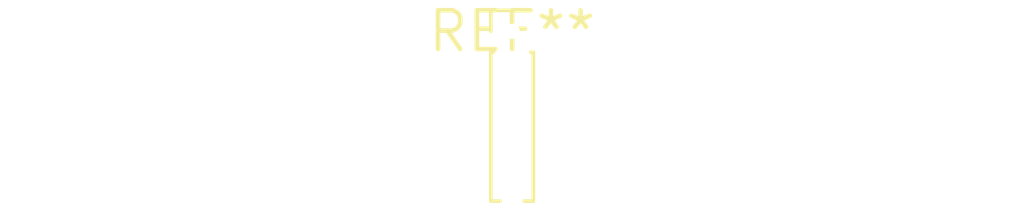
<source format=kicad_pcb>
(kicad_pcb (version 20240108) (generator pcbnew)
  (layers (0 "F.Cu" signal) (31 "B.Cu" signal) (34 "B.Paste" user) (35 "F.Paste" user) (36 "B.SilkS" user "B.Silkscreen") (37 "F.SilkS" user "F.Silkscreen") (38 "B.Mask" user) (39 "F.Mask" user) (44 "Edge.Cuts" user))
  (net 0 "")
  (footprint "PinHeader_1x06_P1.00mm_Vertical" (layer "F.Cu") (at 0 0)
    (property "Reference" "REF**")
    (property "Value" "PinHeader_1x06_P1.00mm_Vertical")
    (fp_line (start -0.695 -0.685) (end 0 -0.685) (layer "F.SilkS") (stroke (width 0.12)))
    (fp_line (start -0.695 0) (end -0.695 -0.685) (layer "F.SilkS") (stroke (width 0.12)))
    (fp_line (start -0.695 0.685) (end -0.695 5.56) (layer "F.SilkS") (stroke (width 0.12)))
    (fp_line (start -0.695 0.685) (end -0.608276 0.685) (layer "F.SilkS") (stroke (width 0.12)))
    (fp_line (start -0.695 5.56) (end -0.394493 5.56) (layer "F.SilkS") (stroke (width 0.12)))
    (fp_line (start 0.394493 5.56) (end 0.695 5.56) (layer "F.SilkS") (stroke (width 0.12)))
    (fp_line (start 0.608276 0.685) (end 0.695 0.685) (layer "F.SilkS") (stroke (width 0.12)))
    (fp_line (start 0.695 0.685) (end 0.695 5.56) (layer "F.SilkS") (stroke (width 0.12)))
    (pad "1" thru_hole rect (at 0 0) (size 0.85 0.85) (drill 0.5) (layers *.Cu *.Mask) (remove_unused_layers))
    (pad "2" thru_hole oval (at 0 1) (size 0.85 0.85) (drill 0.5) (layers *.Cu *.Mask) (remove_unused_layers))
    (pad "3" thru_hole oval (at 0 2) (size 0.85 0.85) (drill 0.5) (layers *.Cu *.Mask) (remove_unused_layers))
    (pad "4" thru_hole oval (at 0 3) (size 0.85 0.85) (drill 0.5) (layers *.Cu *.Mask) (remove_unused_layers))
    (pad "5" thru_hole oval (at 0 4) (size 0.85 0.85) (drill 0.5) (layers *.Cu *.Mask) (remove_unused_layers))
    (pad "6" thru_hole oval (at 0 5) (size 0.85 0.85) (drill 0.5) (layers *.Cu *.Mask) (remove_unused_layers))
  )
)
</source>
